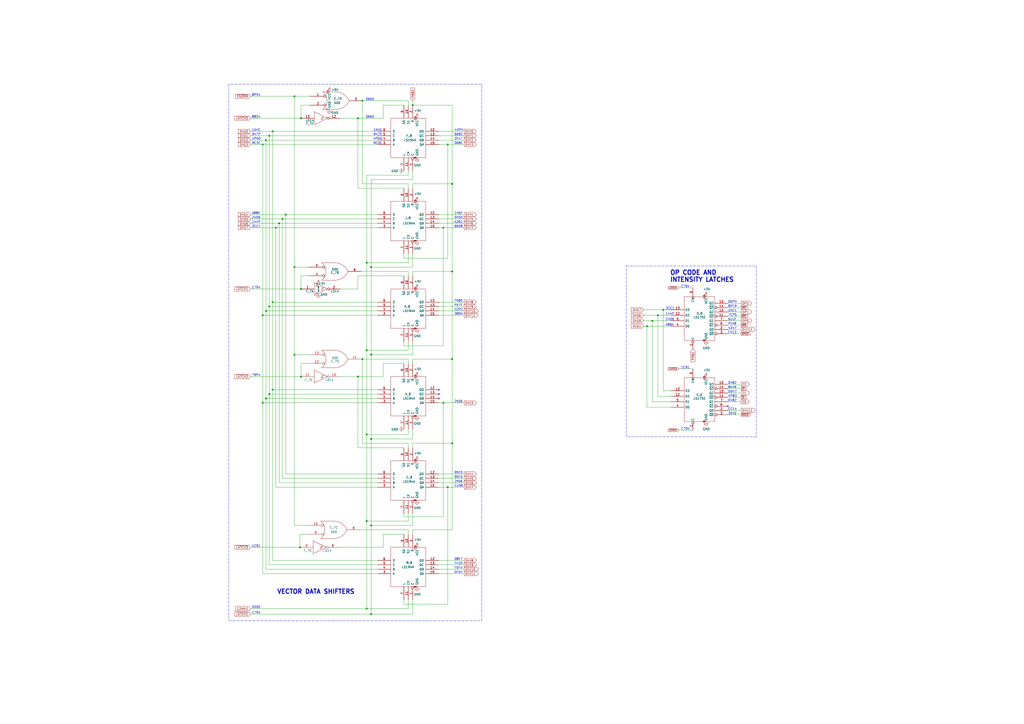
<source format=kicad_sch>
(kicad_sch (version 20211123) (generator eeschema)
  (paper "A2")
  (lib_symbols
    (symbol "LS00_1" (pin_names (offset 0.762))
      (property "Reference" "E_7" (at 0 0.635 0))
      (property "Value" "LS00_1" (at 0 -1.27 0))
      (symbol "LS00_1_0_1"
        (polyline (pts (xy 2.54 5.08) (xy -7.62 5.08) (xy -7.62 -5.08) (xy 2.54 -5.08)))
        (arc (start 2.54 -5.08) (mid 7.62 0) (end 2.54 5.08))
      )
      (symbol "LS00_1_0_2"
        (arc (start -7.62 -5.08) (mid -5.2253 0) (end -7.62 5.08))
        (arc (start 0 -5.08) (mid 4.5382 -3.6323) (end 7.62 0))
        (polyline (pts (xy -7.62 -5.08) (xy 0 -5.08)))
        (polyline (pts (xy -7.62 5.08) (xy 0 5.08)))
        (arc (start 7.62 0) (mid 4.5325 3.6238) (end 0 5.08))
      )
      (symbol "LS00_1_1_0"
        (pin power_in line (at -3.81 5.08 270) (length 0) (name "VCC") (number "14"))
        (pin power_in line (at -3.81 -5.08 90) (length 0) (name "GND") (number "7"))
      )
      (symbol "LS00_1_1_1"
        (polyline (pts (xy 2.54 5.08) (xy -7.62 5.08) (xy -7.62 -5.08) (xy 2.54 -5.08)))
        (pin input line (at -15.24 2.54 0) (length 7.62) (name "~") (number "1"))
        (pin input line (at -15.24 -2.54 0) (length 7.62) (name "~") (number "2"))
        (pin output inverted (at 15.24 0 180) (length 7.62) (name "~") (number "3"))
      )
      (symbol "LS00_1_1_2"
        (pin input inverted (at -15.24 2.54 0) (length 9.398) (name "~") (number "1"))
        (pin input inverted (at -15.24 -2.54 0) (length 9.398) (name "~") (number "2"))
        (pin output line (at 15.24 0 180) (length 7.62) (name "~") (number "3"))
      )
      (symbol "LS00_1_2_1"
        (pin input line (at -15.24 2.54 0) (length 7.62) (name "~") (number "4"))
        (pin input line (at -15.24 -2.54 0) (length 7.62) (name "~") (number "5"))
        (pin output inverted (at 15.24 0 180) (length 7.62) (name "~") (number "6"))
      )
      (symbol "LS00_1_2_2"
        (pin input inverted (at -15.24 2.54 0) (length 9.398) (name "~") (number "4"))
        (pin input inverted (at -15.24 -2.54 0) (length 9.398) (name "~") (number "5"))
        (pin output line (at 15.24 0 180) (length 7.62) (name "~") (number "6"))
      )
      (symbol "LS00_1_3_1"
        (pin input line (at -15.24 -2.54 0) (length 7.62) (name "~") (number "10"))
        (pin output inverted (at 15.24 0 180) (length 7.62) (name "~") (number "8"))
        (pin input line (at -15.24 2.54 0) (length 7.62) (name "~") (number "9"))
      )
      (symbol "LS00_1_3_2"
        (pin input inverted (at -15.24 2.54 0) (length 9.398) (name "~") (number "10"))
        (pin output line (at 15.24 0 180) (length 7.62) (name "~") (number "8"))
        (pin input inverted (at -15.24 -2.54 0) (length 9.398) (name "~") (number "9"))
      )
      (symbol "LS00_1_4_1"
        (pin output inverted (at 15.24 0 180) (length 7.62) (name "~") (number "11"))
        (pin input line (at -15.24 2.54 0) (length 7.62) (name "~") (number "12"))
        (pin input line (at -15.24 -2.54 0) (length 7.62) (name "~") (number "13"))
      )
      (symbol "LS00_1_4_2"
        (pin output line (at 15.24 0 180) (length 7.62) (name "~") (number "11"))
        (pin input inverted (at -15.24 -2.54 0) (length 9.398) (name "~") (number "12"))
        (pin input inverted (at -15.24 2.54 0) (length 9.398) (name "~") (number "13"))
      )
    )
    (symbol "atari_grav_bw:LS00" (pin_names (offset 0.762))
      (property "Reference" "U" (at 1.27 1.27 0))
      (property "Value" "LS00" (at 1.27 -2.54 0))
      (symbol "LS00_0_1"
        (polyline (pts (xy 2.54 5.08) (xy -7.62 5.08) (xy -7.62 -5.08) (xy 2.54 -5.08)))
        (arc (start 2.54 -5.08) (mid 7.62 0) (end 2.54 5.08))
      )
      (symbol "LS00_0_2"
        (arc (start -7.62 -5.08) (mid -5.2253 0) (end -7.62 5.08))
        (arc (start 0 -5.08) (mid 4.5382 -3.6323) (end 7.62 0))
        (polyline (pts (xy -7.62 -5.08) (xy 0 -5.08)))
        (polyline (pts (xy -7.62 5.08) (xy 0 5.08)))
        (arc (start 7.62 0) (mid 4.5325 3.6238) (end 0 5.08))
      )
      (symbol "LS00_1_0"
        (pin power_in line (at -3.81 5.08 270) (length 0) (name "VCC") (number "14"))
        (pin power_in line (at -3.81 -5.08 90) (length 0) (name "GND") (number "7"))
      )
      (symbol "LS00_1_1"
        (polyline (pts (xy 2.54 5.08) (xy -7.62 5.08) (xy -7.62 -5.08) (xy 2.54 -5.08)))
        (pin input line (at -15.24 2.54 0) (length 7.62) (name "~") (number "1"))
        (pin input line (at -15.24 -2.54 0) (length 7.62) (name "~") (number "2"))
        (pin output inverted (at 15.24 0 180) (length 7.62) (name "~") (number "3"))
      )
      (symbol "LS00_1_2"
        (pin input inverted (at -15.24 2.54 0) (length 9.398) (name "~") (number "1"))
        (pin input inverted (at -15.24 -2.54 0) (length 9.398) (name "~") (number "2"))
        (pin output line (at 15.24 0 180) (length 7.62) (name "~") (number "3"))
      )
      (symbol "LS00_2_1"
        (pin input line (at -15.24 2.54 0) (length 7.62) (name "~") (number "4"))
        (pin input line (at -15.24 -2.54 0) (length 7.62) (name "~") (number "5"))
        (pin output inverted (at 15.24 0 180) (length 7.62) (name "~") (number "6"))
      )
      (symbol "LS00_2_2"
        (pin input inverted (at -15.24 -2.54 0) (length 9.398) (name "~") (number "4"))
        (pin input inverted (at -15.24 2.54 0) (length 9.398) (name "~") (number "5"))
        (pin output line (at 15.24 0 180) (length 7.62) (name "~") (number "6"))
      )
      (symbol "LS00_3_1"
        (pin input line (at -15.24 -2.54 0) (length 7.62) (name "~") (number "10"))
        (pin output inverted (at 15.24 0 180) (length 7.62) (name "~") (number "8"))
        (pin input line (at -15.24 2.54 0) (length 7.62) (name "~") (number "9"))
      )
      (symbol "LS00_3_2"
        (pin input inverted (at -15.24 2.54 0) (length 9.398) (name "~") (number "10"))
        (pin output line (at 15.24 0 180) (length 7.62) (name "~") (number "8"))
        (pin input inverted (at -15.24 -2.54 0) (length 9.398) (name "~") (number "9"))
      )
      (symbol "LS00_4_1"
        (pin output inverted (at 15.24 0 180) (length 7.62) (name "~") (number "11"))
        (pin input line (at -15.24 2.54 0) (length 7.62) (name "~") (number "12"))
        (pin input line (at -15.24 -2.54 0) (length 7.62) (name "~") (number "13"))
      )
      (symbol "LS00_4_2"
        (pin output line (at 15.24 0 180) (length 7.62) (name "~") (number "11"))
        (pin input inverted (at -15.24 -2.54 0) (length 9.398) (name "~") (number "12"))
        (pin input inverted (at -15.24 2.54 0) (length 9.398) (name "~") (number "13"))
      )
    )
    (symbol "atari_grav_bw:LS14" (pin_names (offset 0.762))
      (property "Reference" "U" (at 3.81 2.54 0))
      (property "Value" "LS14" (at 5.08 -2.54 0))
      (symbol "LS14_0_0"
        (polyline (pts (xy -3.81 3.81) (xy -3.81 -3.81) (xy 3.81 0) (xy -3.81 3.81)))
      )
      (symbol "LS14_0_1"
        (polyline (pts (xy 1.27 0.635) (xy 1.27 -0.635) (xy 0.635 -0.635)))
        (polyline (pts (xy 1.905 0.635) (xy 0.635 0.635) (xy 0.635 -0.635) (xy 0 -0.635)))
      )
      (symbol "LS14_0_2"
        (polyline (pts (xy 1.27 0.635) (xy 1.27 -0.635) (xy 0.635 -0.635)))
        (polyline (pts (xy 1.905 0.635) (xy 0.635 0.635) (xy 0.635 -0.635) (xy 0 -0.635)))
      )
      (symbol "LS14_1_0"
        (pin power_in line (at -1.27 2.54 270) (length 0) (name "VCC") (number "14"))
        (pin power_in line (at -1.27 -2.54 90) (length 0) (name "GND") (number "7"))
      )
      (symbol "LS14_1_1"
        (pin input line (at -11.43 0 0) (length 7.62) (name "~") (number "1"))
        (pin output inverted (at 11.43 0 180) (length 7.62) (name "~") (number "2"))
      )
      (symbol "LS14_1_2"
        (pin input inverted (at -11.43 0 0) (length 7.62) (name "~") (number "1"))
        (pin output line (at 11.43 0 180) (length 7.62) (name "~") (number "2"))
      )
      (symbol "LS14_2_1"
        (pin input line (at -11.43 0 0) (length 7.62) (name "~") (number "3"))
        (pin output inverted (at 11.43 0 180) (length 7.62) (name "~") (number "4"))
      )
      (symbol "LS14_2_2"
        (pin input inverted (at -11.43 0 0) (length 7.62) (name "~") (number "3"))
        (pin output line (at 11.43 0 180) (length 7.62) (name "~") (number "4"))
      )
      (symbol "LS14_3_1"
        (pin input line (at -11.43 0 0) (length 7.62) (name "~") (number "5"))
        (pin output inverted (at 11.43 0 180) (length 7.62) (name "~") (number "6"))
      )
      (symbol "LS14_3_2"
        (pin input inverted (at -11.43 0 0) (length 7.62) (name "~") (number "5"))
        (pin output line (at 11.43 0 180) (length 7.62) (name "~") (number "6"))
      )
      (symbol "LS14_4_1"
        (pin output inverted (at 11.43 0 180) (length 7.62) (name "~") (number "8"))
        (pin input line (at -11.43 0 0) (length 7.62) (name "~") (number "9"))
      )
      (symbol "LS14_4_2"
        (pin output line (at 11.43 0 180) (length 7.62) (name "~") (number "8"))
        (pin input inverted (at -11.43 0 0) (length 7.62) (name "~") (number "9"))
      )
      (symbol "LS14_5_1"
        (pin output inverted (at 11.43 0 180) (length 7.62) (name "~") (number "10"))
        (pin input line (at -11.43 0 0) (length 7.62) (name "~") (number "11"))
      )
      (symbol "LS14_5_2"
        (pin output line (at 11.43 0 180) (length 7.62) (name "~") (number "10"))
        (pin input inverted (at -11.43 0 0) (length 7.62) (name "~") (number "11"))
      )
      (symbol "LS14_6_1"
        (pin output inverted (at 11.43 0 180) (length 7.62) (name "~") (number "12"))
        (pin input line (at -11.43 0 0) (length 7.62) (name "~") (number "13"))
      )
      (symbol "LS14_6_2"
        (pin output line (at 11.43 0 180) (length 7.62) (name "~") (number "12"))
        (pin input inverted (at -11.43 0 0) (length 7.62) (name "~") (number "13"))
      )
    )
    (symbol "atari_grav_bw:LS175E"
      (property "Reference" "U" (at 0 2.54 0))
      (property "Value" "LS175E" (at 0 5.08 0))
      (symbol "LS175E_1_1"
        (rectangle (start -8.89 13.335) (end 8.89 -12.065))
        (pin input inverted (at -3.81 -17.145 90) (length 5.0038) (name "C") (number "1"))
        (pin output line (at 16.51 4.445 180) (length 7.62) (name "Q2") (number "10"))
        (pin output inverted (at 16.51 1.905 180) (length 7.62) (name "~{Q2}") (number "11"))
        (pin input line (at -16.51 2.54 0) (length 7.62) (name "D2") (number "12"))
        (pin input line (at -16.51 5.715 0) (length 7.62) (name "D3") (number "13"))
        (pin output inverted (at 16.51 6.985 180) (length 7.62) (name "~{Q3}") (number "14"))
        (pin output line (at 16.51 9.525 180) (length 7.62) (name "Q3") (number "15"))
        (pin power_in line (at 3.81 13.335 270) (length 0) (name "VCC") (number "16"))
        (pin output line (at 16.51 -5.715 180) (length 7.62) (name "Q0") (number "2"))
        (pin output inverted (at 16.51 -8.255 180) (length 7.62) (name "~{Q0}") (number "3"))
        (pin input line (at -16.51 -3.81 0) (length 7.62) (name "D0") (number "4"))
        (pin input line (at -16.51 -0.635 0) (length 7.62) (name "D1") (number "5"))
        (pin output inverted (at 16.51 -3.175 180) (length 7.62) (name "~{Q1}") (number "6"))
        (pin output line (at 16.51 -0.635 180) (length 7.62) (name "Q1") (number "7"))
        (pin power_in line (at 3.81 -12.065 90) (length 0) (name "GND") (number "8"))
        (pin input clock (at -3.81 18.415 270) (length 5.0038) (name "CK") (number "9"))
      )
    )
    (symbol "atari_grav_bw:LS194A" (pin_names (offset 1.016))
      (property "Reference" "U" (at 0 8.89 0))
      (property "Value" "LS194A" (at 0 11.43 0))
      (symbol "LS194A_1_1"
        (rectangle (start -10.16 19.05) (end 10.16 -3.81))
        (pin input inverted (at 2.54 -11.43 90) (length 7.62) (name "C") (number "1"))
        (pin input line (at 0 26.67 270) (length 7.62) (name "S1") (number "10"))
        (pin input line (at 0 -11.43 90) (length 7.62) (name "CK") (number "11"))
        (pin output line (at 17.78 11.43 180) (length 7.62) (name "QD") (number "12"))
        (pin output line (at 17.78 8.89 180) (length 7.62) (name "QC") (number "13"))
        (pin output line (at 17.78 6.35 180) (length 7.62) (name "QB") (number "14"))
        (pin output line (at 17.78 3.81 180) (length 7.62) (name "QA") (number "15"))
        (pin power_in line (at 5.08 19.05 270) (length 0) (name "VCC") (number "16"))
        (pin input line (at 2.54 26.67 270) (length 7.62) (name "R") (number "2"))
        (pin input line (at -17.78 3.81 0) (length 7.62) (name "A") (number "3"))
        (pin input line (at -17.78 6.35 0) (length 7.62) (name "B") (number "4"))
        (pin input line (at -17.78 8.89 0) (length 7.62) (name "C") (number "5"))
        (pin input line (at -17.78 11.43 0) (length 7.62) (name "D") (number "6"))
        (pin input line (at -2.54 -11.43 90) (length 7.62) (name "L") (number "7"))
        (pin power_in line (at 5.08 -3.81 90) (length 0) (name "GND") (number "8"))
        (pin input line (at -2.54 26.67 270) (length 7.62) (name "S0") (number "9"))
      )
    )
    (symbol "power:+5V" (power) (pin_names (offset 0))
      (property "Value" "+5V" (at 0 3.556 0))
      (symbol "+5V_0_1"
        (polyline (pts (xy -0.762 1.27) (xy 0 2.54)))
        (polyline (pts (xy 0 0) (xy 0 2.54)))
        (polyline (pts (xy 0 2.54) (xy 0.762 1.27)))
      )
      (symbol "+5V_1_1"
        (pin power_in line (at 0 0 90) (length 0) hide (name "+5V") (number "1"))
      )
    )
    (symbol "power:GND" (power) (pin_names (offset 0))
      (property "Value" "GND" (at 0 -3.81 0))
      (symbol "GND_0_1"
        (polyline (pts (xy 0 0) (xy 0 -1.27) (xy 1.27 -1.27) (xy 0 -2.54) (xy -1.27 -1.27) (xy 0 -1.27)))
      )
      (symbol "GND_1_1"
        (pin power_in line (at 0 0 270) (length 0) hide (name "GND") (number "1"))
      )
    )
  )
  (junction (at 378.46 186.055))
  (junction (at 262.255 208.28))
  (junction (at 257.175 132.08))
  (junction (at 161.925 129.54))
  (junction (at 215.265 254.635))
  (junction (at 156.21 177.8))
  (junction (at 207.645 218.44))
  (junction (at 174.625 167.64))
  (junction (at 262.255 257.175))
  (junction (at 154.305 81.28))
  (junction (at 154.305 231.14))
  (junction (at 170.815 154.94))
  (junction (at 215.265 356.235))
  (junction (at 212.725 203.2))
  (junction (at 210.185 58.42))
  (junction (at 156.21 228.6))
  (junction (at 212.725 353.06))
  (junction (at 215.265 154.94))
  (junction (at 163.83 127))
  (junction (at 257.175 233.68))
  (junction (at 210.185 208.28))
  (junction (at 170.815 205.74))
  (junction (at 158.115 76.2))
  (junction (at 160.02 132.08))
  (junction (at 375.285 189.23))
  (junction (at 259.715 282.575))
  (junction (at 152.4 233.68))
  (junction (at 158.115 175.26))
  (junction (at 154.305 180.34))
  (junction (at 212.725 152.4))
  (junction (at 152.4 83.82))
  (junction (at 156.21 78.74))
  (junction (at 152.4 182.88))
  (junction (at 207.645 68.58))
  (junction (at 173.99 317.5))
  (junction (at 262.255 157.48))
  (junction (at 239.395 60.96))
  (junction (at 165.735 124.46))
  (junction (at 215.265 304.8))
  (junction (at 212.725 252.095))
  (junction (at 174.625 68.58))
  (junction (at 215.265 205.74))
  (junction (at 384.81 179.705))
  (junction (at 174.625 218.44))
  (junction (at 212.725 302.26))
  (junction (at 158.115 226.06))
  (junction (at 381.635 182.88))
  (junction (at 170.815 55.88))
  (junction (at 259.715 83.82))
  (junction (at 262.255 106.68))
  (no_connect (at 254.635 226.06))
  (no_connect (at 254.635 228.6))
  (no_connect (at 422.275 235.585))
  (no_connect (at 254.635 231.14))
  (wire (pts (xy 154.305 81.28) (xy 154.305 180.34)))
  (wire (pts (xy 156.21 78.74) (xy 156.21 177.8)))
  (wire (pts (xy 422.275 188.595) (xy 429.895 188.595)))
  (wire (pts (xy 401.955 167.005) (xy 393.7 167.005)))
  (wire (pts (xy 170.815 154.94) (xy 170.815 55.88)))
  (wire (pts (xy 145.415 76.2) (xy 158.115 76.2)))
  (wire (pts (xy 236.855 101.6) (xy 236.855 99.06)))
  (wire (pts (xy 165.735 124.46) (xy 165.735 274.955)))
  (wire (pts (xy 158.115 325.12) (xy 219.075 325.12)))
  (wire (pts (xy 262.255 106.68) (xy 262.255 157.48)))
  (polyline (pts (xy 279.4 48.895) (xy 132.715 48.895)))
  (wire (pts (xy 160.02 132.08) (xy 160.02 282.575)))
  (polyline (pts (xy 363.22 253.365) (xy 363.22 154.305)))
  (wire (pts (xy 429.895 191.135) (xy 422.275 191.135)))
  (wire (pts (xy 234.315 147.32) (xy 234.315 149.86)))
  (wire (pts (xy 236.855 109.22) (xy 236.855 106.68)))
  (wire (pts (xy 163.83 127) (xy 163.83 277.495)))
  (wire (pts (xy 156.21 177.8) (xy 156.21 228.6)))
  (wire (pts (xy 269.24 327.66) (xy 254.635 327.66)))
  (wire (pts (xy 429.895 238.125) (xy 422.275 238.125)))
  (wire (pts (xy 215.265 205.74) (xy 239.395 205.74)))
  (wire (pts (xy 219.075 226.06) (xy 158.115 226.06)))
  (wire (pts (xy 154.305 330.2) (xy 219.075 330.2)))
  (wire (pts (xy 259.715 83.82) (xy 254.635 83.82)))
  (wire (pts (xy 381.635 182.88) (xy 389.255 182.88)))
  (wire (pts (xy 257.175 299.72) (xy 257.175 233.68)))
  (wire (pts (xy 269.24 127) (xy 254.635 127)))
  (wire (pts (xy 215.265 104.14) (xy 215.265 154.94)))
  (wire (pts (xy 384.81 179.705) (xy 389.255 179.705)))
  (wire (pts (xy 174.625 68.58) (xy 174.625 60.96)))
  (wire (pts (xy 236.855 302.26) (xy 236.855 297.815)))
  (wire (pts (xy 145.415 353.06) (xy 212.725 353.06)))
  (wire (pts (xy 234.315 259.715) (xy 207.645 259.715)))
  (wire (pts (xy 373.38 182.88) (xy 381.635 182.88)))
  (wire (pts (xy 236.855 106.68) (xy 210.185 106.68)))
  (wire (pts (xy 163.83 127) (xy 145.415 127)))
  (wire (pts (xy 269.24 274.955) (xy 254.635 274.955)))
  (wire (pts (xy 158.115 226.06) (xy 158.115 325.12)))
  (wire (pts (xy 174.625 210.82) (xy 174.625 218.44)))
  (wire (pts (xy 269.24 177.8) (xy 254.635 177.8)))
  (wire (pts (xy 259.715 149.86) (xy 259.715 83.82)))
  (wire (pts (xy 158.115 76.2) (xy 219.075 76.2)))
  (wire (pts (xy 219.075 231.14) (xy 154.305 231.14)))
  (wire (pts (xy 389.255 226.695) (xy 384.81 226.695)))
  (wire (pts (xy 165.735 124.46) (xy 219.075 124.46)))
  (wire (pts (xy 154.305 180.34) (xy 219.075 180.34)))
  (wire (pts (xy 239.395 154.94) (xy 239.395 147.32)))
  (wire (pts (xy 207.645 109.22) (xy 207.645 68.58)))
  (wire (pts (xy 174.625 218.44) (xy 145.415 218.44)))
  (wire (pts (xy 179.07 205.74) (xy 170.815 205.74)))
  (wire (pts (xy 389.255 236.22) (xy 375.285 236.22)))
  (polyline (pts (xy 363.22 154.305) (xy 438.785 154.305)))
  (wire (pts (xy 236.855 259.715) (xy 236.855 257.175)))
  (wire (pts (xy 239.395 109.22) (xy 239.395 106.68)))
  (wire (pts (xy 219.075 127) (xy 163.83 127)))
  (wire (pts (xy 234.315 350.52) (xy 259.715 350.52)))
  (wire (pts (xy 179.07 160.02) (xy 174.625 160.02)))
  (wire (pts (xy 234.315 347.98) (xy 234.315 350.52)))
  (wire (pts (xy 259.715 282.575) (xy 254.635 282.575)))
  (wire (pts (xy 236.855 203.2) (xy 236.855 198.12)))
  (wire (pts (xy 236.855 309.88) (xy 236.855 307.34)))
  (wire (pts (xy 239.395 259.715) (xy 239.395 257.175)))
  (wire (pts (xy 236.855 210.82) (xy 236.855 208.28)))
  (wire (pts (xy 239.395 356.235) (xy 239.395 347.98)))
  (wire (pts (xy 219.075 132.08) (xy 160.02 132.08)))
  (wire (pts (xy 269.24 280.035) (xy 254.635 280.035)))
  (wire (pts (xy 215.265 254.635) (xy 239.395 254.635)))
  (wire (pts (xy 154.305 81.28) (xy 219.075 81.28)))
  (wire (pts (xy 257.175 233.68) (xy 269.24 233.68)))
  (wire (pts (xy 174.625 167.64) (xy 174.625 160.02)))
  (wire (pts (xy 145.415 55.88) (xy 170.815 55.88)))
  (wire (pts (xy 378.46 233.045) (xy 378.46 186.055)))
  (wire (pts (xy 152.4 233.68) (xy 152.4 332.74)))
  (wire (pts (xy 178.435 304.8) (xy 170.815 304.8)))
  (wire (pts (xy 156.21 327.66) (xy 219.075 327.66)))
  (polyline (pts (xy 132.715 360.045) (xy 279.4 360.045)))
  (wire (pts (xy 207.645 259.715) (xy 207.645 218.44)))
  (wire (pts (xy 160.02 132.08) (xy 145.415 132.08)))
  (wire (pts (xy 215.265 205.74) (xy 215.265 254.635)))
  (wire (pts (xy 163.83 277.495) (xy 219.075 277.495)))
  (wire (pts (xy 179.705 60.96) (xy 174.625 60.96)))
  (wire (pts (xy 422.275 225.425) (xy 429.895 225.425)))
  (wire (pts (xy 219.075 78.74) (xy 156.21 78.74)))
  (wire (pts (xy 234.315 109.22) (xy 207.645 109.22)))
  (wire (pts (xy 234.315 149.86) (xy 259.715 149.86)))
  (wire (pts (xy 145.415 81.28) (xy 154.305 81.28)))
  (wire (pts (xy 152.4 83.82) (xy 145.415 83.82)))
  (wire (pts (xy 236.855 347.98) (xy 236.855 353.06)))
  (wire (pts (xy 236.855 152.4) (xy 212.725 152.4)))
  (wire (pts (xy 429.895 178.435) (xy 422.275 178.435)))
  (wire (pts (xy 262.255 157.48) (xy 262.255 208.28)))
  (wire (pts (xy 212.725 101.6) (xy 236.855 101.6)))
  (wire (pts (xy 207.645 167.64) (xy 197.485 167.64)))
  (wire (pts (xy 269.24 182.88) (xy 254.635 182.88)))
  (wire (pts (xy 254.635 180.34) (xy 269.24 180.34)))
  (wire (pts (xy 154.305 231.14) (xy 154.305 180.34)))
  (wire (pts (xy 254.635 277.495) (xy 269.24 277.495)))
  (wire (pts (xy 239.395 104.14) (xy 215.265 104.14)))
  (wire (pts (xy 234.315 210.82) (xy 222.25 210.82)))
  (polyline (pts (xy 438.785 154.305) (xy 438.785 253.365)))
  (wire (pts (xy 212.725 152.4) (xy 212.725 203.2)))
  (polyline (pts (xy 132.715 48.895) (xy 132.715 360.045)))
  (wire (pts (xy 234.315 198.12) (xy 234.315 200.66)))
  (wire (pts (xy 236.855 157.48) (xy 236.855 160.02)))
  (wire (pts (xy 234.315 200.66) (xy 257.175 200.66)))
  (wire (pts (xy 145.415 124.46) (xy 165.735 124.46)))
  (wire (pts (xy 269.24 78.74) (xy 254.635 78.74)))
  (wire (pts (xy 422.275 230.505) (xy 429.895 230.505)))
  (wire (pts (xy 262.255 257.175) (xy 262.255 208.28)))
  (wire (pts (xy 373.38 186.055) (xy 378.46 186.055)))
  (wire (pts (xy 152.4 233.68) (xy 219.075 233.68)))
  (wire (pts (xy 239.395 58.42) (xy 239.395 60.96)))
  (wire (pts (xy 239.395 99.06) (xy 239.395 104.14)))
  (wire (pts (xy 389.255 233.045) (xy 378.46 233.045)))
  (wire (pts (xy 236.855 208.28) (xy 210.185 208.28)))
  (wire (pts (xy 170.815 304.8) (xy 170.815 205.74)))
  (wire (pts (xy 239.395 208.28) (xy 262.255 208.28)))
  (wire (pts (xy 381.635 229.87) (xy 381.635 182.88)))
  (wire (pts (xy 170.815 55.88) (xy 179.705 55.88)))
  (wire (pts (xy 239.395 307.34) (xy 262.255 307.34)))
  (wire (pts (xy 156.21 78.74) (xy 145.415 78.74)))
  (wire (pts (xy 389.255 229.87) (xy 381.635 229.87)))
  (wire (pts (xy 179.07 210.82) (xy 174.625 210.82)))
  (wire (pts (xy 158.115 175.26) (xy 158.115 76.2)))
  (wire (pts (xy 239.395 106.68) (xy 262.255 106.68)))
  (wire (pts (xy 429.895 233.045) (xy 422.275 233.045)))
  (wire (pts (xy 173.99 309.88) (xy 173.99 317.5)))
  (wire (pts (xy 210.185 257.175) (xy 210.185 208.28)))
  (wire (pts (xy 422.275 240.665) (xy 429.895 240.665)))
  (wire (pts (xy 222.25 317.5) (xy 196.85 317.5)))
  (polyline (pts (xy 279.4 360.045) (xy 279.4 48.895)))
  (wire (pts (xy 174.625 167.64) (xy 145.415 167.64)))
  (wire (pts (xy 152.4 83.82) (xy 152.4 182.88)))
  (wire (pts (xy 236.855 257.175) (xy 210.185 257.175)))
  (wire (pts (xy 174.625 68.58) (xy 145.415 68.58)))
  (wire (pts (xy 222.25 309.88) (xy 222.25 317.5)))
  (wire (pts (xy 236.855 307.34) (xy 208.915 307.34)))
  (wire (pts (xy 236.855 353.06) (xy 212.725 353.06)))
  (wire (pts (xy 239.395 205.74) (xy 239.395 198.12)))
  (wire (pts (xy 212.725 252.095) (xy 236.855 252.095)))
  (wire (pts (xy 254.635 129.54) (xy 269.24 129.54)))
  (wire (pts (xy 393.7 213.995) (xy 401.955 213.995)))
  (wire (pts (xy 373.38 189.23) (xy 375.285 189.23)))
  (wire (pts (xy 156.21 228.6) (xy 156.21 327.66)))
  (wire (pts (xy 262.255 106.68) (xy 262.255 60.96)))
  (wire (pts (xy 234.315 309.88) (xy 222.25 309.88)))
  (wire (pts (xy 239.395 210.82) (xy 239.395 208.28)))
  (wire (pts (xy 215.265 154.94) (xy 215.265 205.74)))
  (wire (pts (xy 156.21 177.8) (xy 219.075 177.8)))
  (wire (pts (xy 212.725 302.26) (xy 212.725 252.095)))
  (wire (pts (xy 170.815 154.94) (xy 170.815 205.74)))
  (wire (pts (xy 239.395 160.02) (xy 239.395 157.48)))
  (wire (pts (xy 236.855 152.4) (xy 236.855 147.32)))
  (wire (pts (xy 234.315 160.02) (xy 207.645 160.02)))
  (wire (pts (xy 219.075 280.035) (xy 161.925 280.035)))
  (wire (pts (xy 152.4 182.88) (xy 152.4 233.68)))
  (wire (pts (xy 207.645 68.58) (xy 197.485 68.58)))
  (wire (pts (xy 254.635 124.46) (xy 269.24 124.46)))
  (wire (pts (xy 262.255 60.96) (xy 239.395 60.96)))
  (wire (pts (xy 156.21 228.6) (xy 219.075 228.6)))
  (wire (pts (xy 373.38 179.705) (xy 384.81 179.705)))
  (wire (pts (xy 422.275 175.895) (xy 429.895 175.895)))
  (wire (pts (xy 210.185 208.28) (xy 209.55 208.28)))
  (wire (pts (xy 165.735 274.955) (xy 219.075 274.955)))
  (wire (pts (xy 257.175 200.66) (xy 257.175 132.08)))
  (wire (pts (xy 215.265 356.235) (xy 239.395 356.235)))
  (wire (pts (xy 239.395 157.48) (xy 262.255 157.48)))
  (wire (pts (xy 239.395 309.88) (xy 239.395 307.34)))
  (wire (pts (xy 212.725 101.6) (xy 212.725 152.4)))
  (wire (pts (xy 401.955 249.555) (xy 393.7 249.555)))
  (wire (pts (xy 239.395 257.175) (xy 262.255 257.175)))
  (wire (pts (xy 378.46 186.055) (xy 389.255 186.055)))
  (wire (pts (xy 207.645 218.44) (xy 197.485 218.44)))
  (wire (pts (xy 215.265 356.235) (xy 145.415 356.235)))
  (wire (pts (xy 209.55 157.48) (xy 236.855 157.48)))
  (wire (pts (xy 219.075 83.82) (xy 152.4 83.82)))
  (wire (pts (xy 152.4 182.88) (xy 219.075 182.88)))
  (wire (pts (xy 212.725 353.06) (xy 212.725 302.26)))
  (wire (pts (xy 215.265 304.8) (xy 215.265 356.235)))
  (wire (pts (xy 207.645 218.44) (xy 222.25 218.44)))
  (wire (pts (xy 219.075 175.26) (xy 158.115 175.26)))
  (wire (pts (xy 254.635 325.12) (xy 269.24 325.12)))
  (wire (pts (xy 234.315 60.96) (xy 222.25 60.96)))
  (wire (pts (xy 145.415 317.5) (xy 173.99 317.5)))
  (wire (pts (xy 254.635 175.26) (xy 269.24 175.26)))
  (wire (pts (xy 222.25 68.58) (xy 222.25 60.96)))
  (wire (pts (xy 152.4 332.74) (xy 219.075 332.74)))
  (wire (pts (xy 254.635 76.2) (xy 269.24 76.2)))
  (wire (pts (xy 375.285 236.22) (xy 375.285 189.23)))
  (wire (pts (xy 269.24 332.74) (xy 254.635 332.74)))
  (wire (pts (xy 254.635 81.28) (xy 269.24 81.28)))
  (wire (pts (xy 234.315 299.72) (xy 257.175 299.72)))
  (wire (pts (xy 160.02 282.575) (xy 219.075 282.575)))
  (wire (pts (xy 254.635 330.2) (xy 269.24 330.2)))
  (wire (pts (xy 269.24 132.08) (xy 257.175 132.08)))
  (wire (pts (xy 429.895 227.965) (xy 422.275 227.965)))
  (wire (pts (xy 257.175 132.08) (xy 254.635 132.08)))
  (wire (pts (xy 158.115 226.06) (xy 158.115 175.26)))
  (polyline (pts (xy 438.785 253.365) (xy 363.22 253.365)))
  (wire (pts (xy 234.315 297.815) (xy 234.315 299.72)))
  (wire (pts (xy 262.255 307.34) (xy 262.255 257.175)))
  (wire (pts (xy 212.725 203.2) (xy 236.855 203.2)))
  (wire (pts (xy 212.725 252.095) (xy 212.725 203.2)))
  (wire (pts (xy 212.725 302.26) (xy 236.855 302.26)))
  (wire (pts (xy 236.855 60.96) (xy 236.855 58.42)))
  (wire (pts (xy 210.185 106.68) (xy 210.185 58.42)))
  (wire (pts (xy 236.855 58.42) (xy 210.185 58.42)))
  (wire (pts (xy 239.395 254.635) (xy 239.395 248.92)))
  (wire (pts (xy 161.925 129.54) (xy 161.925 280.035)))
  (wire (pts (xy 207.645 160.02) (xy 207.645 167.64)))
  (wire (pts (xy 170.815 154.94) (xy 179.07 154.94)))
  (wire (pts (xy 254.635 233.68) (xy 257.175 233.68)))
  (wire (pts (xy 145.415 129.54) (xy 161.925 129.54)))
  (wire (pts (xy 422.275 193.675) (xy 429.895 193.675)))
  (wire (pts (xy 215.265 254.635) (xy 215.265 304.8)))
  (wire (pts (xy 161.925 129.54) (xy 219.075 129.54)))
  (wire (pts (xy 384.81 226.695) (xy 384.81 179.705)))
  (wire (pts (xy 259.715 282.575) (xy 269.24 282.575)))
  (wire (pts (xy 215.265 154.94) (xy 239.395 154.94)))
  (wire (pts (xy 154.305 231.14) (xy 154.305 330.2)))
  (wire (pts (xy 236.855 252.095) (xy 236.855 248.92)))
  (wire (pts (xy 422.275 180.975) (xy 429.895 180.975)))
  (wire (pts (xy 239.395 304.8) (xy 239.395 297.815)))
  (wire (pts (xy 422.275 183.515) (xy 429.895 183.515)))
  (wire (pts (xy 429.895 222.885) (xy 422.275 222.885)))
  (wire (pts (xy 215.265 304.8) (xy 239.395 304.8)))
  (wire (pts (xy 259.715 350.52) (xy 259.715 282.575)))
  (wire (pts (xy 375.285 189.23) (xy 389.255 189.23)))
  (wire (pts (xy 269.24 83.82) (xy 259.715 83.82)))
  (wire (pts (xy 207.645 68.58) (xy 222.25 68.58)))
  (wire (pts (xy 178.435 309.88) (xy 173.99 309.88)))
  (wire (pts (xy 222.25 218.44) (xy 222.25 210.82)))
  (wire (pts (xy 429.895 186.055) (xy 422.275 186.055)))
  (text "FH13" (at 422.275 193.675 0) (effects (font (size 1.27 1.27)) (justify left bottom)))
  (text "2406" (at 146.05 127 0) (effects (font (size 1.27 1.27)) (justify left bottom)))
  (text "3CC1" (at 386.08 179.705 0) (effects (font (size 1.27 1.27)) (justify left bottom)))
  (text "8P54" (at 146.05 55.88 0) (effects (font (size 1.27 1.27)) (justify left bottom)))
  (text "3540" (at 422.275 240.665 0) (effects (font (size 1.27 1.27)) (justify left bottom)))
  (text "1H6F" (at 263.525 124.46 0) (effects (font (size 1.27 1.27)) (justify left bottom)))
  (text "CC14" (at 422.275 238.125 0) (effects (font (size 1.27 1.27)) (justify left bottom)))
  (text "068C" (at 263.525 83.82 0) (effects (font (size 1.27 1.27)) (justify left bottom)))
  (text "6608" (at 263.525 132.08 0) (effects (font (size 1.27 1.27)) (justify left bottom)))
  (text "F5FA" (at 263.525 330.2 0) (effects (font (size 1.27 1.27)) (justify left bottom)))
  (text "A88A" (at 386.08 189.23 0) (effects (font (size 1.27 1.27)) (justify left bottom)))
  (text "HP50" (at 146.05 81.28 0) (effects (font (size 1.27 1.27)) (justify left bottom)))
  (text "6UUF" (at 422.275 186.055 0) (effects (font (size 1.27 1.27)) (justify left bottom)))
  (text "95F0" (at 263.525 274.955 0) (effects (font (size 1.27 1.27)) (justify left bottom)))
  (text "3CC1" (at 146.05 132.08 0) (effects (font (size 1.27 1.27)) (justify left bottom)))
  (text "2A56" (at 263.525 233.68 0) (effects (font (size 1.27 1.27)) (justify left bottom)))
  (text "0482" (at 422.275 222.885 0) (effects (font (size 1.27 1.27)) (justify left bottom)))
  (text "CU96" (at 263.525 282.575 0) (effects (font (size 1.27 1.27)) (justify left bottom)))
  (text "7CP5" (at 422.275 183.515 0) (effects (font (size 1.27 1.27)) (justify left bottom)))
  (text "C794" (at 146.05 356.235 0) (effects (font (size 1.27 1.27)) (justify left bottom)))
  (text "6682" (at 263.525 78.74 0) (effects (font (size 1.27 1.27)) (justify left bottom)))
  (text "0FAH" (at 263.525 332.74 0) (effects (font (size 1.27 1.27)) (justify left bottom)))
  (text "4347" (at 422.275 191.135 0) (effects (font (size 1.27 1.27)) (justify left bottom)))
  (text "947P" (at 216.535 78.74 0) (effects (font (size 1.27 1.27)) (justify left bottom)))
  (text "PA7F" (at 263.525 177.8 0) (effects (font (size 1.27 1.27)) (justify left bottom)))
  (text "8834" (at 146.05 68.58 0) (effects (font (size 1.27 1.27)) (justify left bottom)))
  (text "0482" (at 422.275 233.045 0) (effects (font (size 1.27 1.27)) (justify left bottom)))
  (text "00PH" (at 422.275 175.895 0) (effects (font (size 1.27 1.27)) (justify left bottom)))
  (text "FH3H" (at 263.525 327.66 0) (effects (font (size 1.27 1.27)) (justify left bottom)))
  (text "9C3C" (at 216.535 83.82 0) (effects (font (size 1.27 1.27)) (justify left bottom)))
  (text "947P" (at 146.05 78.74 0) (effects (font (size 1.27 1.27)) (justify left bottom)))
  (text "2A56" (at 263.525 280.035 0) (effects (font (size 1.27 1.27)) (justify left bottom)))
  (text "0H0H" (at 263.525 127 0) (effects (font (size 1.27 1.27)) (justify left bottom)))
  (text "1C91" (at 146.05 317.5 0) (effects (font (size 1.27 1.27)) (justify left bottom)))
  (text "C794" (at 394.97 249.555 0) (effects (font (size 1.27 1.27)) (justify left bottom)))
  (text "50H7" (at 422.275 227.965 0) (effects (font (size 1.27 1.27)) (justify left bottom)))
  (text "389H" (at 263.525 182.88 0) (effects (font (size 1.27 1.27)) (justify left bottom)))
  (text "OP CODE AND\nINTENSITY LATCHES" (at 388.62 163.83 0) (effects (font (size 2.54 2.54) (thickness 0.508) bold) (justify left bottom)))
  (text "1C91" (at 394.97 213.995 0) (effects (font (size 1.27 1.27)) (justify left bottom)))
  (text "A88A" (at 146.05 124.46 0) (effects (font (size 1.27 1.27)) (justify left bottom)))
  (text "9C3C" (at 146.05 83.82 0) (effects (font (size 1.27 1.27)) (justify left bottom)))
  (text "144P" (at 386.08 182.88 0) (effects (font (size 1.27 1.27)) (justify left bottom)))
  (text "VECTOR DATA SHIFTERS" (at 160.655 344.805 0) (effects (font (size 2.54 2.54) (thickness 0.508) bold) (justify left bottom)))
  (text "1AHC" (at 216.535 76.2 0) (effects (font (size 1.27 1.27)) (justify left bottom)))
  (text "0000'" (at 146.05 353.06 0) (effects (font (size 1.27 1.27)) (justify left bottom)))
  (text "P1A8" (at 422.275 188.595 0) (effects (font (size 1.27 1.27)) (justify left bottom)))
  (text "0660" (at 212.09 68.58 0) (effects (font (size 1.27 1.27)) (justify left bottom)))
  (text "2406" (at 386.08 186.055 0) (effects (font (size 1.27 1.27)) (justify left bottom)))
  (text "A262" (at 263.525 129.54 0) (effects (font (size 1.27 1.27)) (justify left bottom)))
  (text "95F0" (at 263.525 277.495 0) (effects (font (size 1.27 1.27)) (justify left bottom)))
  (text "F580" (at 263.525 175.26 0) (effects (font (size 1.27 1.27)) (justify left bottom)))
  (text "1AHC" (at 146.05 76.2 0) (effects (font (size 1.27 1.27)) (justify left bottom)))
  (text "3F47" (at 263.525 81.28 0) (effects (font (size 1.27 1.27)) (justify left bottom)))
  (text "HP50" (at 216.535 81.28 0) (effects (font (size 1.27 1.27)) (justify left bottom)))
  (text "8PC9" (at 422.275 178.435 0) (effects (font (size 1.27 1.27)) (justify left bottom)))
  (text "0660" (at 212.09 58.42 0) (effects (font (size 1.27 1.27)) (justify left bottom)))
  (text "H2P1" (at 263.525 180.34 0) (effects (font (size 1.27 1.27)) (justify left bottom)))
  (text "144P" (at 146.05 129.54 0) (effects (font (size 1.27 1.27)) (justify left bottom)))
  (text "8AH6" (at 422.275 225.425 0) (effects (font (size 1.27 1.27)) (justify left bottom)))
  (text "C794" (at 146.05 167.64 0) (effects (font (size 1.27 1.27)) (justify left bottom)))
  (text "U5C1" (at 422.275 180.975 0) (effects (font (size 1.27 1.27)) (justify left bottom)))
  (text "C794" (at 394.97 167.005 0) (effects (font (size 1.27 1.27)) (justify left bottom)))
  (text "HP83" (at 422.275 230.505 0) (effects (font (size 1.27 1.27)) (justify left bottom)))
  (text "79P4" (at 146.05 218.44 0) (effects (font (size 1.27 1.27)) (justify left bottom)))
  (text "4HPH" (at 263.525 76.2 0) (effects (font (size 1.27 1.27)) (justify left bottom)))
  (text "08V7" (at 263.525 325.12 0) (effects (font (size 1.27 1.27)) (justify left bottom)))
  (global_label "DVG1" (shape input) (at 145.415 78.74 180) (property "Intersheet References" "${INTERSHEET_REFS}" (effects hide)))
  (global_label "~{LATCH1}" (shape input) (at 393.7 249.555 180) (effects (font (size 0.8382 0.8382))) (property "Intersheet References" "${INTERSHEET_REFS}" (effects hide)))
  (global_label "12MHZ" (shape input) (at 145.415 353.06 180) (property "Intersheet References" "${INTERSHEET_REFS}" (effects hide)))
  (global_label "DVY12" (shape output) (at 429.895 191.135 0) (property "Intersheet References" "${INTERSHEET_REFS}" (effects hide)))
  (global_label "DVY7" (shape output) (at 269.24 132.08 0) (property "Intersheet References" "${INTERSHEET_REFS}" (effects hide)))
  (global_label "DVG4" (shape input) (at 145.415 124.46 180) (property "Intersheet References" "${INTERSHEET_REFS}" (effects hide)))
  (global_label "DVG6" (shape input) (at 145.415 129.54 180) (property "Intersheet References" "${INTERSHEET_REFS}" (effects hide)))
  (global_label "~{OP0}" (shape output) (at 429.895 188.595 0) (effects (font (size 0.8382 0.8382))) (property "Intersheet References" "${INTERSHEET_REFS}" (effects hide)))
  (global_label "~{LATCH3}" (shape input) (at 393.7 213.995 180) (effects (font (size 0.8382 0.8382))) (property "Intersheet References" "${INTERSHEET_REFS}" (effects hide)))
  (global_label "DVY2" (shape output) (at 269.24 81.28 0) (property "Intersheet References" "${INTERSHEET_REFS}" (effects hide)))
  (global_label "DVG3" (shape input) (at 145.415 83.82 180) (property "Intersheet References" "${INTERSHEET_REFS}" (effects hide)))
  (global_label "DVG4" (shape input) (at 373.38 189.23 180) (property "Intersheet References" "${INTERSHEET_REFS}" (effects hide)))
  (global_label "DVX4" (shape output) (at 269.24 274.955 0) (property "Intersheet References" "${INTERSHEET_REFS}" (effects hide)))
  (global_label "~{LATCH2}" (shape input) (at 145.415 218.44 180) (property "Intersheet References" "${INTERSHEET_REFS}" (effects hide)))
  (global_label "~{LATCH3}" (shape input) (at 145.415 317.5 180) (property "Intersheet References" "${INTERSHEET_REFS}" (effects hide)))
  (global_label "DVG5" (shape input) (at 145.415 127 180) (property "Intersheet References" "${INTERSHEET_REFS}" (effects hide)))
  (global_label "DVX10" (shape output) (at 269.24 330.2 0) (property "Intersheet References" "${INTERSHEET_REFS}" (effects hide)))
  (global_label "~{LATCH1}" (shape input) (at 393.7 167.005 180) (effects (font (size 0.8382 0.8382))) (property "Intersheet References" "${INTERSHEET_REFS}" (effects hide)))
  (global_label "~{DVX12}" (shape output) (at 429.895 240.665 0) (effects (font (size 0.8382 0.8382))) (property "Intersheet References" "${INTERSHEET_REFS}" (effects hide)))
  (global_label "DVY3" (shape output) (at 269.24 83.82 0) (property "Intersheet References" "${INTERSHEET_REFS}" (effects hide)))
  (global_label "Z1" (shape output) (at 429.895 227.965 0) (property "Intersheet References" "${INTERSHEET_REFS}" (effects hide)))
  (global_label "OP0" (shape output) (at 429.895 186.055 0) (property "Intersheet References" "${INTERSHEET_REFS}" (effects hide)))
  (global_label "DVX5" (shape output) (at 269.24 277.495 0) (property "Intersheet References" "${INTERSHEET_REFS}" (effects hide)))
  (global_label "Z2" (shape output) (at 429.895 222.885 0) (property "Intersheet References" "${INTERSHEET_REFS}" (effects hide)))
  (global_label "OP1" (shape output) (at 429.895 180.975 0) (property "Intersheet References" "${INTERSHEET_REFS}" (effects hide)))
  (global_label "~{Z1}" (shape output) (at 429.895 230.505 0) (effects (font (size 0.8382 0.8382))) (property "Intersheet References" "${INTERSHEET_REFS}" (effects hide)))
  (global_label "DVG6" (shape input) (at 373.38 182.88 180) (property "Intersheet References" "${INTERSHEET_REFS}" (effects hide)))
  (global_label "DVG7" (shape input) (at 145.415 132.08 180) (property "Intersheet References" "${INTERSHEET_REFS}" (effects hide)))
  (global_label "DVX11" (shape output) (at 269.24 332.74 0) (property "Intersheet References" "${INTERSHEET_REFS}" (effects hide)))
  (global_label "Z0" (shape output) (at 429.895 233.045 0) (property "Intersheet References" "${INTERSHEET_REFS}" (effects hide)))
  (global_label "DVY11" (shape output) (at 269.24 182.88 0) (property "Intersheet References" "${INTERSHEET_REFS}" (effects hide)))
  (global_label "PR82" (shape input) (at 401.955 202.565 270) (property "Intersheet References" "${INTERSHEET_REFS}" (effects hide)))
  (global_label "DVG0" (shape input) (at 145.415 76.2 180) (property "Intersheet References" "${INTERSHEET_REFS}" (effects hide)))
  (global_label "OP2" (shape output) (at 429.895 175.895 0) (property "Intersheet References" "${INTERSHEET_REFS}" (effects hide)))
  (global_label "DVX9" (shape output) (at 269.24 327.66 0) (property "Intersheet References" "${INTERSHEET_REFS}" (effects hide)))
  (global_label "DVX12" (shape output) (at 429.895 238.125 0) (property "Intersheet References" "${INTERSHEET_REFS}" (effects hide)))
  (global_label "DVX8" (shape output) (at 269.24 325.12 0) (property "Intersheet References" "${INTERSHEET_REFS}" (effects hide)))
  (global_label "~{DVY12}" (shape output) (at 429.895 193.675 0) (effects (font (size 0.8382 0.8382))) (property "Intersheet References" "${INTERSHEET_REFS}" (effects hide)))
  (global_label "DVY9" (shape output) (at 269.24 177.8 0) (property "Intersheet References" "${INTERSHEET_REFS}" (effects hide)))
  (global_label "~{OP1}" (shape output) (at 429.895 183.515 0) (effects (font (size 0.8382 0.8382))) (property "Intersheet References" "${INTERSHEET_REFS}" (effects hide)))
  (global_label "~{OP2}" (shape output) (at 429.895 178.435 0) (effects (font (size 0.8382 0.8382))) (property "Intersheet References" "${INTERSHEET_REFS}" (effects hide)))
  (global_label "DVG7" (shape input) (at 373.38 179.705 180) (property "Intersheet References" "${INTERSHEET_REFS}" (effects hide)))
  (global_label "~{LATCH1}" (shape input) (at 145.415 356.235 180) (property "Intersheet References" "${INTERSHEET_REFS}" (effects hide)))
  (global_label "DVX6" (shape output) (at 269.24 280.035 0) (property "Intersheet References" "${INTERSHEET_REFS}" (effects hide)))
  (global_label "DVY10" (shape output) (at 269.24 180.34 0) (property "Intersheet References" "${INTERSHEET_REFS}" (effects hide)))
  (global_label "DVX7" (shape output) (at 269.24 282.575 0) (property "Intersheet References" "${INTERSHEET_REFS}" (effects hide)))
  (global_label "DVY5" (shape output) (at 269.24 127 0) (property "Intersheet References" "${INTERSHEET_REFS}" (effects hide)))
  (global_label "DVY6" (shape output) (at 269.24 129.54 0) (property "Intersheet References" "${INTERSHEET_REFS}" (effects hide)))
  (global_label "DVY4" (shape output) (at 269.24 124.46 0) (property "Intersheet References" "${INTERSHEET_REFS}" (effects hide)))
  (global_label "DVX3" (shape output) (at 269.24 233.68 0) (property "Intersheet References" "${INTERSHEET_REFS}" (effects hide)))
  (global_label "~{LATCH1}" (shape input) (at 145.415 167.64 180) (property "Intersheet References" "${INTERSHEET_REFS}" (effects hide)))
  (global_label "PR82" (shape input) (at 239.395 58.42 90) (property "Intersheet References" "${INTERSHEET_REFS}" (effects hide)))
  (global_label "DVY8" (shape output) (at 269.24 175.26 0) (property "Intersheet References" "${INTERSHEET_REFS}" (effects hide)))
  (global_label "~{ENORM}" (shape input) (at 145.415 55.88 180) (property "Intersheet References" "${INTERSHEET_REFS}" (effects hide)))
  (global_label "~{Z2}" (shape output) (at 429.895 225.425 0) (effects (font (size 0.8382 0.8382))) (property "Intersheet References" "${INTERSHEET_REFS}" (effects hide)))
  (global_label "DVG5" (shape input) (at 373.38 186.055 180) (property "Intersheet References" "${INTERSHEET_REFS}" (effects hide)))
  (global_label "DVG2" (shape input) (at 145.415 81.28 180) (property "Intersheet References" "${INTERSHEET_REFS}" (effects hide)))
  (global_label "DVY0" (shape output) (at 269.24 76.2 0) (property "Intersheet References" "${INTERSHEET_REFS}" (effects hide)))
  (global_label "DVY1" (shape output) (at 269.24 78.74 0) (property "Intersheet References" "${INTERSHEET_REFS}" (effects hide)))
  (global_label "~{LATCH0}" (shape input) (at 145.415 68.58 180) (property "Intersheet References" "${INTERSHEET_REFS}" (effects hide)))
  (symbol (lib_id "atari_grav_bw:LS194A") (at 236.855 87.63 0) (unit 1)
    (property "Reference" "F_8" (at 235.585 78.74 0) (effects (justify left)))
    (property "Value" "LS194A" (at 234.315 81.28 0) (effects (justify left)))
    (property "Footprint" "Star_Wars_Vector_PCB:DIP16" (effects hide))
  )
  (symbol (lib_id "power:GND") (at 241.935 91.44 0) (unit 1)
    (property "Reference" "#PWR0160" (effects hide))
    (property "Value" "GND" (at 242.062 95.8342 0))
  )
  (symbol (lib_id "power:+5V") (at 241.935 68.58 0) (unit 1)
    (property "Reference" "#PWR0158" (effects hide))
    (property "Value" "+5V" (at 242.316 64.1858 0))
  )
  (symbol (lib_id "power:GND") (at 234.315 99.06 270) (unit 1)
    (property "Reference" "#PWR0161" (effects hide))
    (property "Value" "GND" (at 231.0638 99.187 90) (effects (justify right)))
  )
  (symbol (lib_id "atari_grav_bw:LS194A") (at 236.855 135.89 0) (unit 1)
    (property "Reference" "J_8" (at 234.95 126.365 0) (effects (justify left)))
    (property "Value" "LS194A" (at 233.68 129.54 0) (effects (justify left)))
    (property "Footprint" "Star_Wars_Vector_PCB:DIP16" (effects hide))
  )
  (symbol (lib_id "power:GND") (at 241.935 139.7 0) (unit 1)
    (property "Reference" "#PWR0163" (effects hide))
    (property "Value" "GND" (at 242.062 144.0942 0))
  )
  (symbol (lib_id "power:+5V") (at 241.935 116.84 0) (unit 1)
    (property "Reference" "#PWR0162" (effects hide))
    (property "Value" "+5V" (at 242.316 112.4458 0))
  )
  (symbol (lib_id "atari_grav_bw:LS194A") (at 236.855 186.69 0) (unit 1)
    (property "Reference" "H_8" (at 234.315 177.8 0) (effects (justify left)))
    (property "Value" "LS194A" (at 233.68 180.34 0) (effects (justify left)))
    (property "Footprint" "Star_Wars_Vector_PCB:DIP16" (effects hide))
  )
  (symbol (lib_id "power:+5V") (at 241.935 167.64 0) (unit 1)
    (property "Reference" "#PWR0157" (effects hide))
    (property "Value" "+5V" (at 242.316 163.2458 0))
  )
  (symbol (lib_id "power:GND") (at 241.935 190.5 0) (unit 1)
    (property "Reference" "#PWR0173" (effects hide))
    (property "Value" "GND" (at 242.062 194.8942 0))
  )
  (symbol (lib_id "atari_grav_bw:LS00") (at 194.945 58.42 0) (unit 1) (convert 2)
    (property "Reference" "E_7" (at 193.675 57.15 0) (effects (justify left)))
    (property "Value" "S00" (at 193.675 59.69 0) (effects (justify left)))
    (property "Footprint" "Star_Wars_Vector_PCB:DIP14" (effects hide))
  )
  (symbol (lib_id "power:GND") (at 191.135 63.5 0) (unit 1)
    (property "Reference" "#PWR0156" (effects hide))
    (property "Value" "GND" (at 194.31 65.405 0))
  )
  (symbol (lib_id "power:+5V") (at 191.135 53.34 0) (unit 1)
    (property "Reference" "#PWR0159" (effects hide))
    (property "Value" "+5V" (at 194.31 52.07 0))
  )
  (symbol (lib_id "atari_grav_bw:LS14") (at 186.055 68.58 0) (unit 6)
    (property "Reference" "F_7" (at 179.705 71.755 0))
    (property "Value" "LS14" (at 179.705 69.85 0))
    (property "Footprint" "Star_Wars_Vector_PCB:DIP14" (effects hide))
  )
  (symbol (lib_id "power:GND") (at 234.315 248.92 270) (unit 1)
    (property "Reference" "#PWR0169" (effects hide))
    (property "Value" "GND" (at 231.0638 249.047 90) (effects (justify right)))
  )
  (symbol (lib_id "power:GND") (at 241.935 241.3 0) (unit 1)
    (property "Reference" "#PWR0171" (effects hide))
    (property "Value" "GND" (at 242.062 245.6942 0))
  )
  (symbol (lib_id "power:+5V") (at 241.935 218.44 0) (unit 1)
    (property "Reference" "#PWR0168" (effects hide))
    (property "Value" "+5V" (at 242.316 214.0458 0))
  )
  (symbol (lib_id "atari_grav_bw:LS194A") (at 236.855 237.49 0) (unit 1)
    (property "Reference" "A_8" (at 234.95 228.6 0) (effects (justify left)))
    (property "Value" "LS194A" (at 233.68 231.14 0) (effects (justify left)))
    (property "Footprint" "Star_Wars_Vector_PCB:DIP16" (effects hide))
  )
  (symbol (lib_id "atari_grav_bw:LS194A") (at 236.855 286.385 0) (unit 1)
    (property "Reference" "C_8" (at 235.585 276.86 0) (effects (justify left)))
    (property "Value" "LS194A" (at 233.68 279.4 0) (effects (justify left)))
    (property "Footprint" "Star_Wars_Vector_PCB:DIP16" (effects hide))
  )
  (symbol (lib_id "atari_grav_bw:LS194A") (at 236.855 336.55 0) (unit 1)
    (property "Reference" "B_8" (at 235.585 326.39 0) (effects (justify left)))
    (property "Value" "LS194A" (at 233.045 328.93 0) (effects (justify left)))
    (property "Footprint" "Star_Wars_Vector_PCB:DIP16" (effects hide))
  )
  (symbol (lib_id "power:+5V") (at 241.935 317.5 0) (unit 1)
    (property "Reference" "#PWR0153" (effects hide))
    (property "Value" "+5V" (at 242.316 313.1058 0))
  )
  (symbol (lib_id "power:+5V") (at 241.935 267.335 0) (unit 1)
    (property "Reference" "#PWR0172" (effects hide))
    (property "Value" "+5V" (at 242.316 262.9408 0))
  )
  (symbol (lib_id "power:GND") (at 241.935 290.195 0) (unit 1)
    (property "Reference" "#PWR0170" (effects hide))
    (property "Value" "GND" (at 242.062 294.5892 0))
  )
  (symbol (lib_id "power:GND") (at 241.935 340.36 0) (unit 1)
    (property "Reference" "#PWR0152" (effects hide))
    (property "Value" "GND" (at 242.062 344.7542 0))
  )
  (symbol (lib_name "LS00_1") (lib_id "atari_grav_bw:LS00") (at 194.31 157.48 0) (mirror x) (unit 2) (convert 2)
    (property "Reference" "E_7" (at 194.31 158.115 0))
    (property "Value" "S00" (at 194.31 156.21 0))
    (property "Footprint" "Star_Wars_Vector_PCB:DIP14" (effects hide))
  )
  (symbol (lib_id "atari_grav_bw:LS14") (at 186.055 167.64 0) (unit 1)
    (property "Reference" "F_7" (at 179.705 168.91 0))
    (property "Value" "LS14" (at 194.31 168.91 0))
    (property "Footprint" "Star_Wars_Vector_PCB:DIP14" (effects hide))
  )
  (symbol (lib_id "power:GND") (at 184.785 170.18 0) (unit 1)
    (property "Reference" "#PWR0154" (effects hide))
    (property "Value" "GND" (at 187.96 170.815 0))
  )
  (symbol (lib_id "power:+5V") (at 184.785 165.1 0) (unit 1)
    (property "Reference" "#PWR0155" (effects hide))
    (property "Value" "+5V" (at 186.69 164.465 0))
  )
  (symbol (lib_id "atari_grav_bw:LS00") (at 194.31 208.28 0) (unit 4) (convert 2)
    (property "Reference" "E_7" (at 194.31 209.55 0))
    (property "Value" "S00" (at 194.31 207.645 0))
    (property "Footprint" "Star_Wars_Vector_PCB:DIP14" (effects hide))
  )
  (symbol (lib_id "atari_grav_bw:LS14") (at 186.055 218.44 0) (unit 5)
    (property "Reference" "F_7" (at 179.07 220.345 0))
    (property "Value" "LS14" (at 191.135 220.345 0))
    (property "Footprint" "Star_Wars_Vector_PCB:DIP14" (effects hide))
  )
  (symbol (lib_id "atari_grav_bw:LS14") (at 185.42 317.5 0) (unit 4)
    (property "Reference" "F_7" (at 178.435 319.405 0))
    (property "Value" "LS14" (at 189.865 319.405 0))
    (property "Footprint" "Star_Wars_Vector_PCB:DIP14" (effects hide))
  )
  (symbol (lib_id "atari_grav_bw:LS00") (at 193.675 307.34 0) (unit 3) (convert 2)
    (property "Reference" "E_7" (at 193.675 306.07 0))
    (property "Value" "S00" (at 193.675 308.61 0))
    (property "Footprint" "Star_Wars_Vector_PCB:DIP14" (effects hide))
  )
  (symbol (lib_id "power:+5V") (at 409.575 172.085 0) (unit 1)
    (property "Reference" "#PWR0165" (effects hide))
    (property "Value" "+5V" (at 409.956 167.6908 0))
  )
  (symbol (lib_id "power:GND") (at 409.575 197.485 0) (unit 1)
    (property "Reference" "#PWR0164" (effects hide))
    (property "Value" "GND" (at 409.702 201.8792 0))
  )
  (symbol (lib_id "power:GND") (at 409.575 244.475 0) (unit 1)
    (property "Reference" "#PWR0166" (effects hide))
    (property "Value" "GND" (at 409.702 248.8692 0))
  )
  (symbol (lib_id "power:+5V") (at 409.575 219.075 0) (unit 1)
    (property "Reference" "#PWR0167" (effects hide))
    (property "Value" "+5V" (at 409.956 214.6808 0))
  )
  (symbol (lib_id "atari_grav_bw:LS175E") (at 405.765 185.42 0) (unit 1)
    (property "Reference" "D_6" (at 403.987 181.737 0) (effects (justify left)))
    (property "Value" "LS175E" (at 402.209 184.023 0) (effects (justify left)))
    (property "Footprint" "Star_Wars_Vector_PCB:DIP16" (effects hide))
  )
  (symbol (lib_id "atari_grav_bw:LS175E") (at 405.765 232.41 0) (unit 1)
    (property "Reference" "C_6" (at 403.86 228.981 0) (effects (justify left)))
    (property "Value" "LS175E" (at 402.209 231.14 0) (effects (justify left)))
    (property "Footprint" "Star_Wars_Vector_PCB:DIP16" (effects hide))
  )
)
</source>
